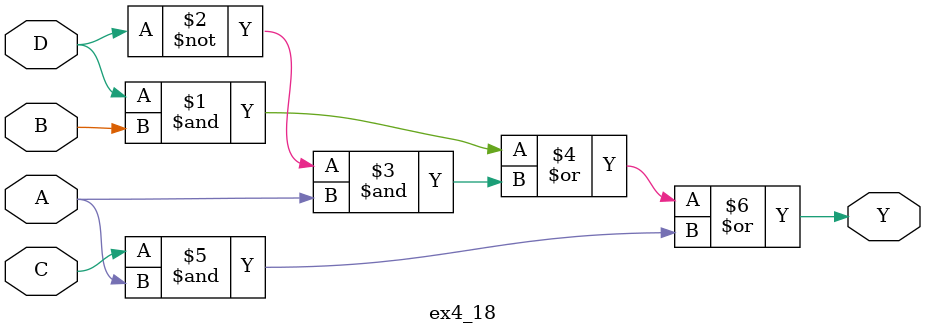
<source format=v>
module ex4_18 (
	input A, B, C, D,
	output Y
	);

        assign Y = (D&B) | (~D&A) | (C&A) ;

endmodule        

</source>
